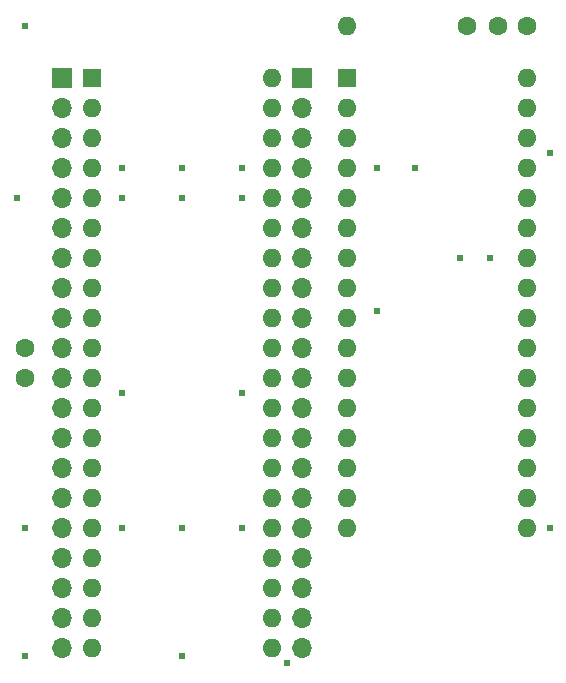
<source format=gbs>
G04 #@! TF.GenerationSoftware,KiCad,Pcbnew,(6.0.9-0)*
G04 #@! TF.CreationDate,2022-11-14T21:54:49+09:00*
G04 #@! TF.ProjectId,MEZ80RAM,4d455a38-3052-4414-9d2e-6b696361645f,A*
G04 #@! TF.SameCoordinates,PX5f5e100PY8f0d180*
G04 #@! TF.FileFunction,Soldermask,Bot*
G04 #@! TF.FilePolarity,Negative*
%FSLAX46Y46*%
G04 Gerber Fmt 4.6, Leading zero omitted, Abs format (unit mm)*
G04 Created by KiCad (PCBNEW (6.0.9-0)) date 2022-11-14 21:54:49*
%MOMM*%
%LPD*%
G01*
G04 APERTURE LIST*
%ADD10R,1.600000X1.600000*%
%ADD11O,1.600000X1.600000*%
%ADD12C,1.600000*%
%ADD13R,1.700000X1.700000*%
%ADD14O,1.700000X1.700000*%
%ADD15C,0.605000*%
G04 APERTURE END LIST*
D10*
X29210000Y50800000D03*
D11*
X29210000Y48260000D03*
X29210000Y45720000D03*
X29210000Y43180000D03*
X29210000Y40640000D03*
X29210000Y38100000D03*
X29210000Y35560000D03*
X29210000Y33020000D03*
X29210000Y30480000D03*
X29210000Y27940000D03*
X29210000Y25400000D03*
X29210000Y22860000D03*
X29210000Y20320000D03*
X29210000Y17780000D03*
X29210000Y15240000D03*
X29210000Y12700000D03*
X44450000Y12700000D03*
X44450000Y15240000D03*
X44450000Y17780000D03*
X44450000Y20320000D03*
X44450000Y22860000D03*
X44450000Y25400000D03*
X44450000Y27940000D03*
X44450000Y30480000D03*
X44450000Y33020000D03*
X44450000Y35560000D03*
X44450000Y38100000D03*
X44450000Y40640000D03*
X44450000Y43180000D03*
X44450000Y45720000D03*
X44450000Y48260000D03*
X44450000Y50800000D03*
D10*
X7620000Y50800000D03*
D11*
X7620000Y48260000D03*
X7620000Y45720000D03*
X7620000Y43180000D03*
X7620000Y40640000D03*
X7620000Y38100000D03*
X7620000Y35560000D03*
X7620000Y33020000D03*
X7620000Y30480000D03*
X7620000Y27940000D03*
X7620000Y25400000D03*
X7620000Y22860000D03*
X7620000Y20320000D03*
X7620000Y17780000D03*
X7620000Y15240000D03*
X7620000Y12700000D03*
X7620000Y10160000D03*
X7620000Y7620000D03*
X7620000Y5080000D03*
X7620000Y2540000D03*
X22860000Y2540000D03*
X22860000Y5080000D03*
X22860000Y7620000D03*
X22860000Y10160000D03*
X22860000Y12700000D03*
X22860000Y15240000D03*
X22860000Y17780000D03*
X22860000Y20320000D03*
X22860000Y22860000D03*
X22860000Y25400000D03*
X22860000Y27940000D03*
X22860000Y30480000D03*
X22860000Y33020000D03*
X22860000Y35560000D03*
X22860000Y38100000D03*
X22860000Y40640000D03*
X22860000Y43180000D03*
X22860000Y45720000D03*
X22860000Y48260000D03*
X22860000Y50800000D03*
D12*
X41950000Y55245000D03*
X44450000Y55245000D03*
X1905000Y27920000D03*
X1905000Y25420000D03*
X39375000Y55245000D03*
D11*
X29215000Y55245000D03*
D13*
X5085000Y50805000D03*
D14*
X5085000Y48265000D03*
X5085000Y45725000D03*
X5085000Y43185000D03*
X5085000Y40645000D03*
X5085000Y38105000D03*
X5085000Y35565000D03*
X5085000Y33025000D03*
X5085000Y30485000D03*
X5085000Y27945000D03*
X5085000Y25405000D03*
X5085000Y22865000D03*
X5085000Y20325000D03*
X5085000Y17785000D03*
X5085000Y15245000D03*
X5085000Y12705000D03*
X5085000Y10165000D03*
X5085000Y7625000D03*
X5085000Y5085000D03*
X5085000Y2545000D03*
D13*
X25405000Y50800000D03*
D14*
X25405000Y48260000D03*
X25405000Y45720000D03*
X25405000Y43180000D03*
X25405000Y40640000D03*
X25405000Y38100000D03*
X25405000Y35560000D03*
X25405000Y33020000D03*
X25405000Y30480000D03*
X25405000Y27940000D03*
X25405000Y25400000D03*
X25405000Y22860000D03*
X25405000Y20320000D03*
X25405000Y17780000D03*
X25405000Y15240000D03*
X25405000Y12700000D03*
X25405000Y10160000D03*
X25405000Y7620000D03*
X25405000Y5080000D03*
X25405000Y2540000D03*
D15*
X10160000Y43180000D03*
X31750000Y31115000D03*
X31750000Y43180000D03*
X20320000Y40640000D03*
X46355000Y44450000D03*
X1905000Y1905000D03*
X10160000Y40640000D03*
X1905000Y55245000D03*
X15240000Y43180000D03*
X10160000Y12700000D03*
X24130000Y1270000D03*
X46355000Y12700000D03*
X38735000Y35560000D03*
X15240000Y12700000D03*
X34925000Y43180000D03*
X20320000Y12700000D03*
X20320000Y24130000D03*
X41275000Y35560000D03*
X1270000Y40640000D03*
X20320000Y43180000D03*
X1905000Y12700000D03*
X15240000Y1905000D03*
X10160000Y24130000D03*
X15240000Y40640000D03*
M02*

</source>
